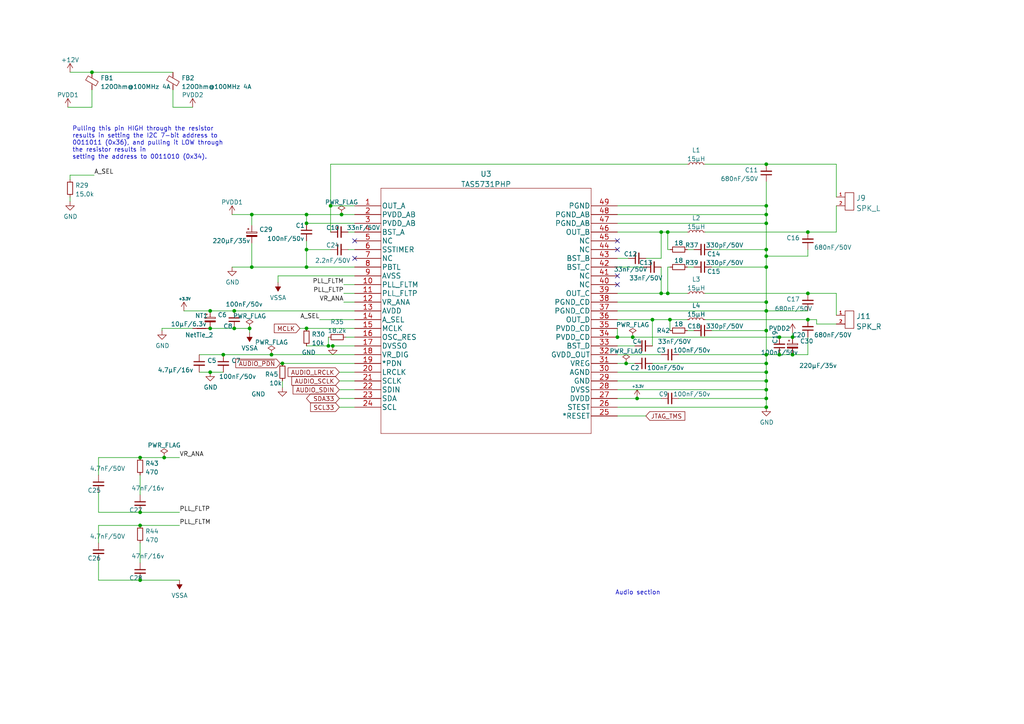
<source format=kicad_sch>
(kicad_sch (version 20211123) (generator eeschema)
  (paper "A4")
  (title_block (title "System22 CPU") (date "2022-09-28") (rev "1.0") (company "Woods Amusements"))
  (lib_symbols
    (symbol "Device:C_Polarized_Small" (pin_numbers hide) (pin_names (offset 0.254) hide)
      (property "Reference" "C" (at 0.254 1.778 0))
      (property "Value" "C_Polarized_Small" (at 0.254 -2.032 0))
      (symbol "C_Polarized_Small_0_1"
        (rectangle (start -1.524 -0.3048) (end 1.524 -0.6858) (fill (type outline)))
        (rectangle (start -1.524 0.6858) (end 1.524 0.3048))
        (polyline (pts (xy -1.27 1.524) (xy -0.762 1.524)))
        (polyline (pts (xy -1.016 1.27) (xy -1.016 1.778)))
      )
      (symbol "C_Polarized_Small_1_1"
        (pin passive line (at 0 2.54 270) (length 1.8542) (name "~") (number "1"))
        (pin passive line (at 0 -2.54 90) (length 1.8542) (name "~") (number "2"))
      )
    )
    (symbol "Device:C_Small" (pin_numbers hide) (pin_names (offset 0.254) hide)
      (property "Reference" "C" (at 0.254 1.778 0))
      (property "Value" "C_Small" (at 0.254 -2.032 0))
      (symbol "C_Small_0_1"
        (polyline (pts (xy -1.524 -0.508) (xy 1.524 -0.508)) (stroke (width 0.3302)))
        (polyline (pts (xy -1.524 0.508) (xy 1.524 0.508)) (stroke (width 0.3048)))
      )
      (symbol "C_Small_1_1"
        (pin passive line (at 0 2.54 270) (length 2.032) (name "~") (number "1"))
        (pin passive line (at 0 -2.54 90) (length 2.032) (name "~") (number "2"))
      )
    )
    (symbol "Device:FerriteBead_Small" (pin_numbers hide) (pin_names (offset 0))
      (property "Reference" "FB" (at 1.905 1.27 0))
      (property "Value" "FerriteBead_Small" (at 1.905 -1.27 0))
      (symbol "FerriteBead_Small_0_1"
        (polyline (pts (xy 0 -1.27) (xy 0 -0.7874)))
        (polyline (pts (xy 0 0.889) (xy 0 1.2954)))
        (polyline (pts (xy -1.8288 0.2794) (xy -1.1176 1.4986) (xy 1.8288 -0.2032) (xy 1.1176 -1.4224) (xy -1.8288 0.2794)))
      )
      (symbol "FerriteBead_Small_1_1"
        (pin passive line (at 0 2.54 270) (length 1.27) (name "~") (number "1"))
        (pin passive line (at 0 -2.54 90) (length 1.27) (name "~") (number "2"))
      )
    )
    (symbol "Device:L_Small" (pin_numbers hide) (pin_names (offset 0.254) hide)
      (property "Reference" "L" (at 0.762 1.016 0))
      (property "Value" "L_Small" (at 0.762 -1.016 0))
      (symbol "L_Small_0_1"
        (arc (start 0 -2.032) (mid 0.508 -1.524) (end 0 -1.016))
        (arc (start 0 -1.016) (mid 0.508 -0.508) (end 0 0))
        (arc (start 0 0) (mid 0.508 0.508) (end 0 1.016))
        (arc (start 0 1.016) (mid 0.508 1.524) (end 0 2.032))
      )
      (symbol "L_Small_1_1"
        (pin passive line (at 0 2.54 270) (length 0.508) (name "~") (number "1"))
        (pin passive line (at 0 -2.54 90) (length 0.508) (name "~") (number "2"))
      )
    )
    (symbol "Device:NetTie_2" (pin_numbers hide) (pin_names (offset 0) hide)
      (property "Reference" "NT" (at 0 1.27 0))
      (property "Value" "NetTie_2" (at 0 -1.27 0))
      (symbol "NetTie_2_0_1"
        (polyline (pts (xy -1.27 0) (xy 1.27 0)) (stroke (width 0.254)))
      )
      (symbol "NetTie_2_1_1"
        (pin passive line (at -2.54 0 0) (length 2.54) (name "1") (number "1"))
        (pin passive line (at 2.54 0 180) (length 2.54) (name "2") (number "2"))
      )
    )
    (symbol "Device:R_Small" (pin_numbers hide) (pin_names (offset 0.254) hide)
      (property "Reference" "R" (at 0.762 0.508 0))
      (property "Value" "R_Small" (at 0.762 -1.016 0))
      (symbol "R_Small_0_1"
        (rectangle (start -0.762 1.778) (end 0.762 -1.778) (stroke (width 0.2032)))
      )
      (symbol "R_Small_1_1"
        (pin passive line (at 0 2.54 270) (length 0.762) (name "~") (number "1"))
        (pin passive line (at 0 -2.54 90) (length 0.762) (name "~") (number "2"))
      )
    )
    (symbol "TAS5731:TAS5731PHP" (pin_names (offset 0.254))
      (property "Reference" "U" (at 38.1 10.16 0))
      (property "Value" "TAS5731PHP" (at 38.1 7.62 0))
      (symbol "TAS5731PHP_1_1"
        (polyline (pts (xy 7.62 -66.04) (xy 68.58 -66.04)) (stroke (width 0.127)))
        (polyline (pts (xy 7.62 5.08) (xy 7.62 -66.04)) (stroke (width 0.127)))
        (polyline (pts (xy 68.58 -66.04) (xy 68.58 5.08)) (stroke (width 0.127)))
        (polyline (pts (xy 68.58 5.08) (xy 7.62 5.08)) (stroke (width 0.127)))
        (pin output line (at 0 0 0) (length 7.62) (name "OUT_A") (number "1"))
        (pin output line (at 0 -22.86 0) (length 7.62) (name "PLL_FLTM") (number "10"))
        (pin output line (at 0 -25.4 0) (length 7.62) (name "PLL_FLTP") (number "11"))
        (pin power_in line (at 0 -27.94 0) (length 7.62) (name "VR_ANA") (number "12"))
        (pin power_in line (at 0 -30.48 0) (length 7.62) (name "AVDD") (number "13"))
        (pin bidirectional line (at 0 -33.02 0) (length 7.62) (name "A_SEL") (number "14"))
        (pin input line (at 0 -35.56 0) (length 7.62) (name "MCLK") (number "15"))
        (pin output line (at 0 -38.1 0) (length 7.62) (name "OSC_RES") (number "16"))
        (pin power_in line (at 0 -40.64 0) (length 7.62) (name "DVSSO") (number "17"))
        (pin power_in line (at 0 -43.18 0) (length 7.62) (name "VR_DIG") (number "18"))
        (pin input line (at 0 -45.72 0) (length 7.62) (name "*PDN") (number "19"))
        (pin power_in line (at 0 -2.54 0) (length 7.62) (name "PVDD_AB") (number "2"))
        (pin input line (at 0 -48.26 0) (length 7.62) (name "LRCLK") (number "20"))
        (pin input line (at 0 -50.8 0) (length 7.62) (name "SCLK") (number "21"))
        (pin input line (at 0 -53.34 0) (length 7.62) (name "SDIN") (number "22"))
        (pin bidirectional line (at 0 -55.88 0) (length 7.62) (name "SDA") (number "23"))
        (pin input line (at 0 -58.42 0) (length 7.62) (name "SCL") (number "24"))
        (pin input line (at 76.2 -60.96 180) (length 7.62) (name "*RESET") (number "25"))
        (pin input line (at 76.2 -58.42 180) (length 7.62) (name "STEST") (number "26"))
        (pin power_in line (at 76.2 -55.88 180) (length 7.62) (name "DVDD") (number "27"))
        (pin power_in line (at 76.2 -53.34 180) (length 7.62) (name "DVSS") (number "28"))
        (pin power_in line (at 76.2 -50.8 180) (length 7.62) (name "GND") (number "29"))
        (pin power_in line (at 0 -5.08 0) (length 7.62) (name "PVDD_AB") (number "3"))
        (pin power_in line (at 76.2 -48.26 180) (length 7.62) (name "AGND") (number "30"))
        (pin power_in line (at 76.2 -45.72 180) (length 7.62) (name "VREG") (number "31"))
        (pin output line (at 76.2 -43.18 180) (length 7.62) (name "GVDD_OUT") (number "32"))
        (pin power_out line (at 76.2 -40.64 180) (length 7.62) (name "BST_D") (number "33"))
        (pin power_in line (at 76.2 -38.1 180) (length 7.62) (name "PVDD_CD") (number "34"))
        (pin power_in line (at 76.2 -35.56 180) (length 7.62) (name "PVDD_CD") (number "35"))
        (pin output line (at 76.2 -33.02 180) (length 7.62) (name "OUT_D") (number "36"))
        (pin power_in line (at 76.2 -30.48 180) (length 7.62) (name "PGND_CD") (number "37"))
        (pin power_in line (at 76.2 -27.94 180) (length 7.62) (name "PGND_CD") (number "38"))
        (pin output line (at 76.2 -25.4 180) (length 7.62) (name "OUT_C") (number "39"))
        (pin power_out line (at 0 -7.62 0) (length 7.62) (name "BST_A") (number "4"))
        (pin unspecified line (at 76.2 -22.86 180) (length 7.62) (name "NC") (number "40"))
        (pin unspecified line (at 76.2 -20.32 180) (length 7.62) (name "NC") (number "41"))
        (pin power_out line (at 76.2 -17.78 180) (length 7.62) (name "BST_C") (number "42"))
        (pin power_out line (at 76.2 -15.24 180) (length 7.62) (name "BST_B") (number "43"))
        (pin unspecified line (at 76.2 -12.7 180) (length 7.62) (name "NC") (number "44"))
        (pin unspecified line (at 76.2 -10.16 180) (length 7.62) (name "NC") (number "45"))
        (pin output line (at 76.2 -7.62 180) (length 7.62) (name "OUT_B") (number "46"))
        (pin power_in line (at 76.2 -5.08 180) (length 7.62) (name "PGND_AB") (number "47"))
        (pin power_in line (at 76.2 -2.54 180) (length 7.62) (name "PGND_AB") (number "48"))
        (pin power_in line (at 76.2 0 180) (length 7.62) (name "PGND") (number "49"))
        (pin unspecified line (at 0 -10.16 0) (length 7.62) (name "NC") (number "5"))
        (pin input line (at 0 -12.7 0) (length 7.62) (name "SSTIMER") (number "6"))
        (pin unspecified line (at 0 -15.24 0) (length 7.62) (name "NC") (number "7"))
        (pin input line (at 0 -17.78 0) (length 7.62) (name "PBTL") (number "8"))
        (pin power_in line (at 0 -20.32 0) (length 7.62) (name "AVSS") (number "9"))
      )
    )
    (symbol "anna_elsa_cpu-rescue:GND-power" (power) (pin_names (offset 0))
      (property "Value" "GND-power" (at 0 -3.81 0))
      (symbol "GND-power_0_1"
        (polyline (pts (xy 0 0) (xy 0 -1.27) (xy 1.27 -1.27) (xy 0 -2.54) (xy -1.27 -1.27) (xy 0 -1.27)))
      )
      (symbol "GND-power_1_1"
        (pin power_in line (at 0 0 270) (length 0) hide (name "GND") (number "1"))
      )
    )
    (symbol "power:+12V" (power) (pin_names (offset 0))
      (property "Value" "+12V" (at 0 3.556 0))
      (symbol "+12V_0_1"
        (polyline (pts (xy -0.762 1.27) (xy 0 2.54)))
        (polyline (pts (xy 0 0) (xy 0 2.54)))
        (polyline (pts (xy 0 2.54) (xy 0.762 1.27)))
      )
      (symbol "+12V_1_1"
        (pin power_in line (at 0 0 90) (length 0) hide (name "+12V") (number "1"))
      )
    )
    (symbol "power:+3.3V" (power) (pin_names (offset 0))
      (property "Value" "+3.3V" (at 0 3.556 0))
      (symbol "+3.3V_0_1"
        (polyline (pts (xy -0.762 1.27) (xy 0 2.54)))
        (polyline (pts (xy 0 0) (xy 0 2.54)))
        (polyline (pts (xy 0 2.54) (xy 0.762 1.27)))
      )
      (symbol "+3.3V_1_1"
        (pin power_in line (at 0 0 90) (length 0) hide (name "+3.3V") (number "1"))
      )
    )
    (symbol "power:PVDD1" (power) (pin_names (offset 0))
      (property "Value" "PVDD1" (at 0 3.5758 0))
      (symbol "PVDD1_0_1"
        (polyline (pts (xy -0.762 1.27) (xy 0 2.54)))
        (polyline (pts (xy 0 0) (xy 0 2.54)))
        (polyline (pts (xy 0 2.54) (xy 0.762 1.27)))
      )
      (symbol "PVDD1_1_1"
        (pin power_in line (at 0 0 90) (length 0) hide (name "PVDD1") (number "1"))
      )
    )
    (symbol "power:PVDD2" (power) (pin_names (offset 0))
      (property "Value" "PVDD2" (at 0 3.5758 0))
      (symbol "PVDD2_0_1"
        (polyline (pts (xy -0.762 1.27) (xy 0 2.54)))
        (polyline (pts (xy 0 0) (xy 0 2.54)))
        (polyline (pts (xy 0 2.54) (xy 0.762 1.27)))
      )
      (symbol "PVDD2_1_1"
        (pin power_in line (at 0 0 90) (length 0) hide (name "PVDD2") (number "1"))
      )
    )
    (symbol "power:PWR_FLAG" (power) (pin_numbers hide) (pin_names (offset 0) hide)
      (property "Value" "PWR_FLAG" (at 0 3.81 0))
      (symbol "PWR_FLAG_0_0"
        (pin power_out line (at 0 0 90) (length 0) (name "pwr") (number "1"))
      )
      (symbol "PWR_FLAG_0_1"
        (polyline (pts (xy 0 0) (xy 0 1.27) (xy -1.016 1.905) (xy 0 2.54) (xy 1.016 1.905) (xy 0 1.27)))
      )
    )
    (symbol "power:VSSA" (power) (pin_names (offset 0))
      (property "Value" "VSSA" (at 0 3.81 0))
      (symbol "VSSA_0_1"
        (polyline (pts (xy 0 0) (xy 0 2.54)))
        (polyline (pts (xy 0.762 1.27) (xy -0.762 1.27) (xy 0 2.54) (xy 0.762 1.27)) (fill (type outline)))
      )
      (symbol "VSSA_1_1"
        (pin power_in line (at 0 0 90) (length 0) hide (name "VSSA") (number "1"))
      )
    )
    (symbol "w_connectors:HEADER_2" (pin_names (offset 0))
      (property "Reference" "J" (at 0 3.81 0))
      (property "Value" "HEADER_2" (at 0 -3.81 0))
      (symbol "HEADER_2_0_1"
        (rectangle (start 2.54 2.54) (end 0 -2.54))
      )
      (symbol "HEADER_2_1_1"
        (pin passive line (at -2.54 1.27 0) (length 2.54) (name "~") (number "1"))
        (pin passive line (at -2.54 -1.27 0) (length 2.54) (name "~") (number "2"))
      )
    )
  )
  (junction (at 47.625 132.715))
  (junction (at 222.25 62.23))
  (junction (at 222.25 72.39))
  (junction (at 234.315 92.71))
  (junction (at 222.25 77.47))
  (junction (at 222.25 47.625))
  (junction (at 222.25 95.885))
  (junction (at 222.25 113.03))
  (junction (at 88.9 95.25))
  (junction (at 222.25 64.77))
  (junction (at 189.23 92.71))
  (junction (at 194.31 92.71))
  (junction (at 60.96 90.17))
  (junction (at 72.39 95.25))
  (junction (at 73.025 77.47))
  (junction (at 40.64 152.4))
  (junction (at 222.25 87.63))
  (junction (at 183.515 97.79))
  (junction (at 222.25 90.17))
  (junction (at 234.315 85.09))
  (junction (at 181.61 105.41))
  (junction (at 88.9 72.39))
  (junction (at 67.945 90.17))
  (junction (at 179.07 97.79))
  (junction (at 229.87 97.79))
  (junction (at 40.64 148.59))
  (junction (at 184.785 115.57))
  (junction (at 226.06 102.87))
  (junction (at 222.25 102.87))
  (junction (at 40.64 132.715))
  (junction (at 95.885 59.69))
  (junction (at 40.64 168.275))
  (junction (at 222.25 115.57))
  (junction (at 191.77 85.09))
  (junction (at 88.9 62.23))
  (junction (at 88.9 77.47))
  (junction (at 96.52 100.33))
  (junction (at 222.25 107.95))
  (junction (at 193.675 67.31))
  (junction (at 222.25 118.11))
  (junction (at 191.77 67.31))
  (junction (at 222.25 74.295))
  (junction (at 222.25 105.41))
  (junction (at 234.315 67.31))
  (junction (at 226.06 97.79))
  (junction (at 88.9 64.77))
  (junction (at 222.25 110.49))
  (junction (at 95.25 100.33))
  (junction (at 60.96 95.25))
  (junction (at 73.025 62.23))
  (junction (at 193.675 85.09))
  (junction (at 81.915 105.41))
  (junction (at 26.67 20.955))
  (junction (at 222.25 59.69))
  (junction (at 67.945 95.25))
  (junction (at 78.74 102.87))
  (junction (at 99.06 62.23))
  (junction (at 64.77 102.87))
  (junction (at 60.96 107.95))
  (junction (at 229.87 102.87))
  (no_connect (at 179.07 82.55))
  (no_connect (at 179.07 72.39))
  (no_connect (at 179.07 69.85))
  (no_connect (at 179.07 80.01))
  (no_connect (at 102.87 69.85))
  (no_connect (at 102.87 74.93))
  (wire (pts (xy 191.77 85.09) (xy 193.675 85.09)))
  (wire (pts (xy 206.375 95.885) (xy 222.25 95.885)))
  (wire (pts (xy 181.61 105.41) (xy 184.15 105.41)))
  (wire (pts (xy 40.64 148.59) (xy 52.07 148.59)))
  (wire (pts (xy 179.07 59.69) (xy 222.25 59.69)))
  (wire (pts (xy 99.695 82.55) (xy 102.87 82.55)))
  (wire (pts (xy 179.07 100.33) (xy 184.15 100.33)))
  (wire (pts (xy 72.39 95.25) (xy 72.39 96.52)))
  (wire (pts (xy 78.74 102.87) (xy 102.87 102.87)))
  (wire (pts (xy 179.07 107.95) (xy 222.25 107.95)))
  (wire (pts (xy 19.685 31.115) (xy 26.67 31.115)))
  (wire (pts (xy 28.575 137.795) (xy 28.575 132.715)))
  (wire (pts (xy 53.34 90.17) (xy 60.96 90.17)))
  (wire (pts (xy 46.99 95.25) (xy 46.99 95.885)))
  (wire (pts (xy 98.425 113.03) (xy 102.87 113.03)))
  (wire (pts (xy 64.77 102.87) (xy 78.74 102.87)))
  (wire (pts (xy 204.47 47.625) (xy 222.25 47.625)))
  (wire (pts (xy 222.25 102.87) (xy 226.06 102.87)))
  (wire (pts (xy 199.39 77.47) (xy 201.295 77.47)))
  (wire (pts (xy 193.675 67.31) (xy 193.675 72.39)))
  (wire (pts (xy 183.515 97.79) (xy 226.06 97.79)))
  (wire (pts (xy 40.64 137.795) (xy 40.64 143.51)))
  (wire (pts (xy 222.25 90.17) (xy 234.315 90.17)))
  (wire (pts (xy 226.06 102.87) (xy 229.87 102.87)))
  (wire (pts (xy 191.77 77.47) (xy 191.77 85.09)))
  (wire (pts (xy 28.575 162.56) (xy 28.575 168.275)))
  (wire (pts (xy 99.695 85.09) (xy 102.87 85.09)))
  (wire (pts (xy 193.675 77.47) (xy 193.675 85.09)))
  (wire (pts (xy 179.07 113.03) (xy 222.25 113.03)))
  (wire (pts (xy 99.695 87.63) (xy 102.87 87.63)))
  (wire (pts (xy 88.9 69.85) (xy 88.9 72.39)))
  (wire (pts (xy 28.575 152.4) (xy 40.64 152.4)))
  (wire (pts (xy 179.07 110.49) (xy 222.25 110.49)))
  (wire (pts (xy 222.25 110.49) (xy 222.25 113.03)))
  (wire (pts (xy 95.25 97.79) (xy 95.25 100.33)))
  (wire (pts (xy 193.675 67.31) (xy 199.39 67.31)))
  (wire (pts (xy 234.315 97.79) (xy 234.315 102.87)))
  (wire (pts (xy 194.31 92.71) (xy 199.39 92.71)))
  (wire (pts (xy 67.945 95.25) (xy 72.39 95.25)))
  (wire (pts (xy 20.32 20.955) (xy 26.67 20.955)))
  (wire (pts (xy 222.25 62.23) (xy 222.25 64.77)))
  (wire (pts (xy 73.025 62.23) (xy 88.9 62.23)))
  (wire (pts (xy 98.425 110.49) (xy 102.87 110.49)))
  (wire (pts (xy 179.07 67.31) (xy 191.77 67.31)))
  (wire (pts (xy 222.25 105.41) (xy 222.25 107.95)))
  (wire (pts (xy 88.9 77.47) (xy 102.87 77.47)))
  (wire (pts (xy 81.28 105.41) (xy 81.915 105.41)))
  (wire (pts (xy 88.9 62.23) (xy 99.06 62.23)))
  (wire (pts (xy 194.31 92.71) (xy 194.31 95.885)))
  (wire (pts (xy 179.07 118.11) (xy 222.25 118.11)))
  (wire (pts (xy 193.675 85.09) (xy 199.39 85.09)))
  (wire (pts (xy 234.315 92.71) (xy 236.855 92.71)))
  (wire (pts (xy 88.9 72.39) (xy 88.9 77.47)))
  (wire (pts (xy 88.9 72.39) (xy 95.885 72.39)))
  (wire (pts (xy 194.31 77.47) (xy 193.675 77.47)))
  (wire (pts (xy 100.965 67.31) (xy 102.87 67.31)))
  (wire (pts (xy 26.67 20.955) (xy 50.165 20.955)))
  (wire (pts (xy 81.915 110.49) (xy 81.915 112.395)))
  (wire (pts (xy 187.325 74.93) (xy 191.77 74.93)))
  (wire (pts (xy 96.52 100.33) (xy 102.87 100.33)))
  (wire (pts (xy 194.31 72.39) (xy 193.675 72.39)))
  (wire (pts (xy 86.995 95.25) (xy 88.9 95.25)))
  (wire (pts (xy 28.575 148.59) (xy 40.64 148.59)))
  (wire (pts (xy 204.47 85.09) (xy 234.315 85.09)))
  (wire (pts (xy 179.07 87.63) (xy 222.25 87.63)))
  (wire (pts (xy 50.165 31.115) (xy 55.88 31.115)))
  (wire (pts (xy 88.9 64.77) (xy 88.9 62.23)))
  (wire (pts (xy 50.165 26.035) (xy 50.165 31.115)))
  (wire (pts (xy 206.375 72.39) (xy 222.25 72.39)))
  (wire (pts (xy 222.25 47.625) (xy 242.57 47.625)))
  (wire (pts (xy 196.85 115.57) (xy 222.25 115.57)))
  (wire (pts (xy 234.315 67.31) (xy 242.57 67.31)))
  (wire (pts (xy 222.25 74.295) (xy 222.25 77.47)))
  (wire (pts (xy 95.885 47.625) (xy 199.39 47.625)))
  (wire (pts (xy 179.07 85.09) (xy 191.77 85.09)))
  (wire (pts (xy 100.33 97.79) (xy 102.87 97.79)))
  (wire (pts (xy 204.47 92.71) (xy 234.315 92.71)))
  (wire (pts (xy 67.945 90.17) (xy 102.87 90.17)))
  (wire (pts (xy 20.32 50.8) (xy 27.305 50.8)))
  (wire (pts (xy 199.39 72.39) (xy 201.295 72.39)))
  (wire (pts (xy 222.25 87.63) (xy 222.25 90.17)))
  (wire (pts (xy 242.57 91.44) (xy 242.57 85.09)))
  (wire (pts (xy 179.07 95.25) (xy 179.07 97.79)))
  (wire (pts (xy 191.77 67.31) (xy 193.675 67.31)))
  (wire (pts (xy 95.885 59.69) (xy 102.87 59.69)))
  (wire (pts (xy 226.06 97.79) (xy 229.87 97.79)))
  (wire (pts (xy 88.9 64.77) (xy 102.87 64.77)))
  (wire (pts (xy 28.575 142.875) (xy 28.575 148.59)))
  (wire (pts (xy 179.07 102.87) (xy 191.77 102.87)))
  (wire (pts (xy 102.87 80.01) (xy 80.645 80.01)))
  (wire (pts (xy 98.425 107.95) (xy 102.87 107.95)))
  (wire (pts (xy 179.07 92.71) (xy 189.23 92.71)))
  (wire (pts (xy 40.64 168.275) (xy 52.07 168.275)))
  (wire (pts (xy 191.77 74.93) (xy 191.77 67.31)))
  (wire (pts (xy 206.375 77.47) (xy 222.25 77.47)))
  (wire (pts (xy 81.915 105.41) (xy 102.87 105.41)))
  (wire (pts (xy 234.315 85.09) (xy 242.57 85.09)))
  (wire (pts (xy 234.315 72.39) (xy 234.315 74.295)))
  (wire (pts (xy 179.07 97.79) (xy 183.515 97.79)))
  (wire (pts (xy 179.07 120.65) (xy 187.325 120.65)))
  (wire (pts (xy 98.425 118.11) (xy 102.87 118.11)))
  (wire (pts (xy 222.25 59.69) (xy 222.25 62.23)))
  (wire (pts (xy 100.965 72.39) (xy 102.87 72.39)))
  (wire (pts (xy 28.575 132.715) (xy 40.64 132.715)))
  (wire (pts (xy 236.855 92.71) (xy 236.855 93.98)))
  (wire (pts (xy 179.07 64.77) (xy 222.25 64.77)))
  (wire (pts (xy 95.885 67.31) (xy 95.885 59.69)))
  (wire (pts (xy 99.06 62.23) (xy 102.87 62.23)))
  (wire (pts (xy 199.39 95.885) (xy 201.295 95.885)))
  (wire (pts (xy 189.23 92.71) (xy 194.31 92.71)))
  (wire (pts (xy 98.425 115.57) (xy 102.87 115.57)))
  (wire (pts (xy 222.25 64.77) (xy 222.25 72.39)))
  (wire (pts (xy 57.785 102.87) (xy 64.77 102.87)))
  (wire (pts (xy 73.025 77.47) (xy 88.9 77.47)))
  (wire (pts (xy 179.07 77.47) (xy 186.69 77.47)))
  (wire (pts (xy 242.57 67.31) (xy 242.57 59.69)))
  (wire (pts (xy 40.64 157.48) (xy 40.64 163.195)))
  (wire (pts (xy 28.575 168.275) (xy 40.64 168.275)))
  (wire (pts (xy 229.87 97.79) (xy 229.87 96.52)))
  (wire (pts (xy 222.25 72.39) (xy 222.25 74.295)))
  (wire (pts (xy 60.96 95.25) (xy 67.945 95.25)))
  (wire (pts (xy 196.85 102.87) (xy 222.25 102.87)))
  (wire (pts (xy 222.25 90.17) (xy 222.25 95.885)))
  (wire (pts (xy 40.64 132.715) (xy 47.625 132.715)))
  (wire (pts (xy 73.025 70.485) (xy 73.025 77.47)))
  (wire (pts (xy 20.32 50.8) (xy 20.32 52.07)))
  (wire (pts (xy 67.31 77.47) (xy 73.025 77.47)))
  (wire (pts (xy 222.25 113.03) (xy 222.25 115.57)))
  (wire (pts (xy 204.47 67.31) (xy 234.315 67.31)))
  (wire (pts (xy 92.71 92.71) (xy 102.87 92.71)))
  (wire (pts (xy 47.625 132.715) (xy 52.07 132.715)))
  (wire (pts (xy 222.25 115.57) (xy 222.25 118.11)))
  (wire (pts (xy 189.23 100.33) (xy 189.23 92.71)))
  (wire (pts (xy 20.32 57.15) (xy 20.32 58.42)))
  (wire (pts (xy 88.9 100.33) (xy 95.25 100.33)))
  (wire (pts (xy 236.855 93.98) (xy 242.57 93.98)))
  (wire (pts (xy 229.87 102.87) (xy 234.315 102.87)))
  (wire (pts (xy 40.64 152.4) (xy 52.07 152.4)))
  (wire (pts (xy 73.025 62.23) (xy 73.025 65.405)))
  (wire (pts (xy 222.25 52.705) (xy 222.25 59.69)))
  (wire (pts (xy 179.07 74.93) (xy 182.245 74.93)))
  (wire (pts (xy 222.25 74.295) (xy 234.315 74.295)))
  (wire (pts (xy 179.07 105.41) (xy 181.61 105.41)))
  (wire (pts (xy 46.99 95.25) (xy 55.88 95.25)))
  (wire (pts (xy 242.57 57.15) (xy 242.57 47.625)))
  (wire (pts (xy 80.645 80.01) (xy 80.645 81.915)))
  (wire (pts (xy 179.07 115.57) (xy 184.785 115.57)))
  (wire (pts (xy 222.25 95.885) (xy 222.25 102.87)))
  (wire (pts (xy 95.885 59.69) (xy 95.885 47.625)))
  (wire (pts (xy 179.07 90.17) (xy 222.25 90.17)))
  (wire (pts (xy 60.96 107.95) (xy 64.77 107.95)))
  (wire (pts (xy 222.25 102.87) (xy 222.25 105.41)))
  (wire (pts (xy 179.07 62.23) (xy 222.25 62.23)))
  (wire (pts (xy 26.67 26.035) (xy 26.67 31.115)))
  (wire (pts (xy 88.9 95.25) (xy 102.87 95.25)))
  (wire (pts (xy 95.25 100.33) (xy 96.52 100.33)))
  (wire (pts (xy 222.25 107.95) (xy 222.25 110.49)))
  (wire (pts (xy 57.785 107.95) (xy 60.96 107.95)))
  (wire (pts (xy 67.31 62.23) (xy 73.025 62.23)))
  (wire (pts (xy 28.575 157.48) (xy 28.575 152.4)))
  (wire (pts (xy 184.785 115.57) (xy 191.77 115.57)))
  (wire (pts (xy 189.23 105.41) (xy 222.25 105.41)))
  (wire (pts (xy 60.96 90.17) (xy 67.945 90.17)))
  (wire (pts (xy 222.25 77.47) (xy 222.25 87.63)))
  (text "Audio section" (at 178.435 172.72 0) (effects (font (size 1.27 1.27)) (justify left bottom)))
  (text "Pulling this pin HIGH through the resistor\nresults in setting the I2C 7-bit address to \n0011011 (0x36), and pulling it LOW through \nthe resistor results in\nsetting the address to 0011010 (0x34)." (at 20.955 46.355 0) (effects (font (size 1.27 1.27)) (justify left bottom)))
  (label "A_SEL" (at 92.71 92.71 180))
  (label "PLL_FLTM" (at 99.695 82.55 180))
  (label "VR_ANA" (at 52.07 132.715 0))
  (label "PLL_FLTM" (at 52.07 152.4 0))
  (label "VR_ANA" (at 99.695 87.63 180))
  (label "A_SEL" (at 27.305 50.8 0))
  (label "PLL_FLTP" (at 99.695 85.09 180))
  (label "PLL_FLTP" (at 52.07 148.59 0))
  (global_label "MCLK" (shape input) (at 86.995 95.25 180) (property "Intersheet References" "${INTERSHEET_REFS}" (effects hide)))
  (global_label "AUDIO_SDIN" (shape input) (at 98.425 113.03 180) (property "Intersheet References" "${INTERSHEET_REFS}" (effects hide)))
  (global_label "~{AUDIO_PDN}" (shape input) (at 81.28 105.41 180) (property "Intersheet References" "${INTERSHEET_REFS}" (effects hide)))
  (global_label "SCL33" (shape input) (at 98.425 118.11 180) (property "Intersheet References" "${INTERSHEET_REFS}" (effects hide)))
  (global_label "AUDIO_SCLK" (shape input) (at 98.425 110.49 180) (property "Intersheet References" "${INTERSHEET_REFS}" (effects hide)))
  (global_label "AUDIO_LRCLK" (shape input) (at 98.425 107.95 180) (property "Intersheet References" "${INTERSHEET_REFS}" (effects hide)))
  (global_label "SDA33" (shape bidirectional) (at 98.425 115.57 180) (property "Intersheet References" "${INTERSHEET_REFS}" (effects hide)))
  (global_label "JTAG_TMS" (shape input) (at 187.325 120.65 0) (property "Intersheet References" "${INTERSHEET_REFS}" (effects hide)))
  (symbol (lib_id "Device:C_Small") (at 184.785 74.93 90) (mirror x) (unit 1)
    (property "Reference" "C12" (at 182.88 73.66 90))
    (property "Value" "33nF/50V" (at 182.88 78.105 90))
    (property "Footprint" "Capacitor_SMD:C_0603_1608Metric" (effects hide))
    (property "JLC" "0603" (effects hide))
    (property "Description" "50V 33nF X7R ±10% 0603 Multilayer Ceramic Capacitors MLCC - SMD/SMT ROHS" (effects hide))
    (property "LCSC" "C21117" (effects hide))
    (property "MPN" "CL10B333KB8NNNC" (effects hide))
    (property "Manufacturer" "Samsung Electro-Mechanics" (effects hide))
  )
  (symbol (lib_id "Device:R_Small") (at 81.915 107.95 180) (unit 1)
    (property "Reference" "R45" (at 76.835 108.585 0) (effects (justify right)))
    (property "Value" "10k" (at 78.105 111.125 0) (effects (justify right)))
    (property "Footprint" "Resistor_SMD:R_0603_1608Metric" (effects hide))
    (property "Description" "100mW Thick Film Resistors 75V ±100ppm/℃ ±1% -55℃~+155℃ 10kΩ 0603 Chip Resistor - Surface Mount ROHS" (effects hide))
    (property "JLC" "0603" (effects hide))
    (property "LCSC" "C25804" (effects hide))
    (property "MPN" "0603WAF1002T5E" (effects hide))
    (property "Manufacturer" "UNI-ROYAL(Uniroyal Elec)" (effects hide))
  )
  (symbol (lib_id "Device:L_Small") (at 201.93 47.625 90) (unit 1)
    (property "Reference" "L1" (at 201.93 43.5442 90))
    (property "Value" "15µH" (at 201.93 46.0811 90))
    (property "Footprint" "Inductor_SMD:L_SigTra_SC3316F" (effects hide))
    (property "Description" "2.4A 15uH ±20% 60mΩ SMD Power Inductors ROHS" (effects hide))
    (property "LCSC" "C329909" (effects hide))
    (property "MPN" "SSL0804HC-150M-N" (effects hide))
    (property "Manufacturer" "Chilisin Elec" (effects hide))
  )
  (symbol (lib_id "power:PWR_FLAG") (at 183.515 97.79 0) (unit 1)
    (property "Reference" "#FLG01" (effects hide))
    (property "Value" "PWR_FLAG" (at 183.515 94.2142 0))
  )
  (symbol (lib_id "Device:C_Polarized_Small") (at 73.025 67.945 0) (unit 1)
    (property "Reference" "C29" (at 75.184 66.5642 0) (effects (justify left)))
    (property "Value" "220µF/35v" (at 61.595 69.85 0) (effects (justify left)))
    (property "Footprint" "Capacitor_SMD:C_Elec_8x10.2" (effects hide))
    (property "JLC" "C724731" (effects hide))
    (property "LCSC" "C724731" (effects hide))
    (property "MPN" "EEEFK1V221P" (effects hide))
    (property "Description" "-45℃~+105℃ 2000hrs@105℃ 220uF 10.2mm 35V 8mm ±20% SMD,8x10.2mm Aluminum Electrolytic Capacitors - SMD ROHS" (effects hide))
    (property "Manufacturer" "Panasonic" (effects hide))
  )
  (symbol (lib_id "Device:C_Small") (at 226.06 100.33 0) (mirror x) (unit 1)
    (property "Reference" "C19" (at 224.79 97.79 90))
    (property "Value" "100nF/50v" (at 226.06 102.235 0))
    (property "Footprint" "Capacitor_SMD:C_0603_1608Metric" (effects hide))
    (property "JLC" "0603" (effects hide))
    (property "Description" "50V 100nF X7R ±10% 0603 Multilayer Ceramic Capacitors MLCC - SMD/SMT ROHS" (effects hide))
    (property "LCSC" "C14663" (effects hide))
    (property "MPN" "CC0603KRX7R9BB104" (effects hide))
  )
  (symbol (lib_id "Device:NetTie_2") (at 58.42 95.25 0) (unit 1)
    (property "Reference" "NT1" (at 58.42 91.5502 0))
    (property "Value" "NetTie_2" (at 57.785 97.155 0))
    (property "Footprint" "NetTie:NetTie-2_SMD_Pad0.5mm" (effects hide))
  )
  (symbol (lib_id "Device:C_Small") (at 189.23 77.47 90) (mirror x) (unit 1)
    (property "Reference" "C13" (at 187.325 76.2 90))
    (property "Value" "33nF/50V" (at 187.325 80.645 90))
    (property "Footprint" "Capacitor_SMD:C_0603_1608Metric" (effects hide))
    (property "JLC" "0603" (effects hide))
    (property "Description" "50V 33nF X7R ±10% 0603 Multilayer Ceramic Capacitors MLCC - SMD/SMT ROHS" (effects hide))
    (property "LCSC" "C21117" (effects hide))
    (property "MPN" "CL10B333KB8NNNC" (effects hide))
    (property "Manufacturer" "Samsung Electro-Mechanics" (effects hide))
  )
  (symbol (lib_id "anna_elsa_cpu-rescue:GND-power") (at 20.32 58.42 0) (unit 1)
    (property "Reference" "#PWR014" (effects hide))
    (property "Value" "GND-power" (at 20.447 62.8142 0))
  )
  (symbol (lib_id "power:PWR_FLAG") (at 72.39 95.25 0) (unit 1)
    (property "Reference" "#FLG03" (effects hide))
    (property "Value" "PWR_FLAG" (at 72.39 91.6742 0))
  )
  (symbol (lib_id "Device:C_Small") (at 28.575 140.335 0) (unit 1)
    (property "Reference" "C25" (at 25.4 142.24 0) (effects (justify left)))
    (property "Value" "4.7nF/50V" (at 26.035 135.89 0) (effects (justify left)))
    (property "Footprint" "Capacitor_SMD:C_0603_1608Metric" (effects hide))
    (property "JLC" "0603" (effects hide))
    (property "Description" "50V 4.7nF X7R ±10% 0603 Multilayer Ceramic Capacitors MLCC - SMD/SMT ROHS" (effects hide))
    (property "LCSC" "C53987" (effects hide))
    (property "MPN" "0603B472K500NT" (effects hide))
    (property "Manufacturer" "FH (Guangdong Fenghua Advanced Tech)" (effects hide))
  )
  (symbol (lib_id "Device:C_Small") (at 64.77 105.41 0) (unit 1)
    (property "Reference" "C7" (at 67.0941 104.5816 0) (effects (justify left)))
    (property "Value" "100nF/50v" (at 63.5 109.22 0) (effects (justify left)))
    (property "Footprint" "Capacitor_SMD:C_0603_1608Metric" (effects hide))
    (property "JLC" "0603" (effects hide))
    (property "Description" "50V 100nF X7R ±10% 0603 Multilayer Ceramic Capacitors MLCC - SMD/SMT ROHS" (effects hide))
    (property "LCSC" "C14663" (effects hide))
    (property "MPN" "CC0603KRX7R9BB104" (effects hide))
  )
  (symbol (lib_id "Device:C_Small") (at 28.575 160.02 0) (unit 1)
    (property "Reference" "C26" (at 25.4 161.925 0) (effects (justify left)))
    (property "Value" "4.7nF/50V" (at 26.035 155.575 0) (effects (justify left)))
    (property "Footprint" "Capacitor_SMD:C_0603_1608Metric" (effects hide))
    (property "JLC" "0603" (effects hide))
    (property "Description" "50V 4.7nF X7R ±10% 0603 Multilayer Ceramic Capacitors MLCC - SMD/SMT ROHS" (effects hide))
    (property "LCSC" "C53987" (effects hide))
    (property "MPN" "0603B472K500NT" (effects hide))
    (property "Manufacturer" "FH (Guangdong Fenghua Advanced Tech)" (effects hide))
  )
  (symbol (lib_id "power:PVDD2") (at 55.88 31.115 0) (unit 1)
    (property "Reference" "#PWR010" (effects hide))
    (property "Value" "PVDD2" (at 55.88 27.5392 0))
  )
  (symbol (lib_id "Device:C_Polarized_Small") (at 60.96 92.71 0) (unit 1)
    (property "Reference" "C6" (at 63.119 91.3292 0) (effects (justify left)))
    (property "Value" "10µF/6.3v" (at 49.53 93.98 0) (effects (justify left)))
    (property "Footprint" "Capacitor_SMD:CP_Elec_4x5.4" (effects hide))
    (property "JLC" "4x5.4mm" (effects hide))
    (property "LCSC" "C178496" (effects hide))
    (property "MPN" "EEE1CA100SR" (effects hide))
    (property "Manufacturer" "PANASONIC" (effects hide))
    (property "Description" "2000hrs@85℃ -40℃~+85℃ 10uF 5.4mm 16V 4mm ±20% SMD,4x5.4mm Aluminum Electrolytic Capacitors - SMD ROHS" (effects hide))
  )
  (symbol (lib_id "Device:R_Small") (at 97.79 97.79 270) (unit 1)
    (property "Reference" "R35" (at 97.79 93.3536 90))
    (property "Value" "18.2k" (at 97.79 95.8905 90))
    (property "Footprint" "Resistor_SMD:R_0603_1608Metric" (effects hide))
    (property "JLC" "0603" (effects hide))
    (property "LCSC" "C22892" (effects hide))
    (property "MPN" "0603WAF1822T5E" (effects hide))
    (property "Manufacturer" "UNI-ROYAL(Uniroyal Elec)" (effects hide))
  )
  (symbol (lib_id "Device:FerriteBead_Small") (at 26.67 23.495 0) (unit 1)
    (property "Reference" "FB1" (at 29.1338 22.6222 0) (effects (justify left)))
    (property "Value" "120Ohm@100MHz 4A" (at 29.1338 25.1591 0) (effects (justify left)))
    (property "Footprint" "Inductor_SMD:L_1206_3216Metric" (effects hide))
    (property "Description" "4A 1 30mΩ 120Ω@100MHz ±25% 1206 Ferrite Beads ROHS" (effects hide))
    (property "JLC" "1206" (effects hide))
    (property "LCSC" "C369528" (effects hide))
    (property "MPN" "HCB3216KF-121T40" (effects hide))
    (property "Manufacturer" "TAI-TECH" (effects hide))
  )
  (symbol (lib_id "Device:R_Small") (at 196.85 72.39 270) (unit 1)
    (property "Reference" "R37" (at 200.66 71.12 90))
    (property "Value" "18" (at 196.85 70.4905 90))
    (property "Footprint" "Resistor_SMD:R_0603_1608Metric" (effects hide))
    (property "JLC" "0603" (effects hide))
    (property "Description" "100mW Thick Film Resistors 75V ±1% ±200ppm/℃ -55℃~+155℃ 18Ω 0603 Chip Resistor - Surface Mount ROHS" (effects hide))
    (property "LCSC" "C22830" (effects hide))
    (property "MPN" "0603WAF180JT5E" (effects hide))
    (property "Manufacturer" "UNI-ROYAL(Uniroyal Elec)" (effects hide))
  )
  (symbol (lib_id "anna_elsa_cpu-rescue:GND-power") (at 81.915 112.395 0) (unit 1)
    (property "Reference" "#PWR019" (effects hide))
    (property "Value" "GND-power" (at 74.93 114.3 0))
  )
  (symbol (lib_id "w_connectors:HEADER_2") (at 245.11 58.42 0) (unit 1)
    (property "Reference" "J9" (at 248.285 57.4438 0) (effects (font (size 1.524 1.524)) (justify left)))
    (property "Value" "SPK_L" (at 248.285 60.4372 0) (effects (font (size 1.524 1.524)) (justify left)))
    (property "Footprint" "Connector_JST:JST_XH_B2B-XH-A_1x02_P2.50mm_Vertical" (effects hide))
  )
  (symbol (lib_id "Device:C_Small") (at 234.315 87.63 0) (mirror x) (unit 1)
    (property "Reference" "C17" (at 231.991 86.7889 0) (effects (justify right)))
    (property "Value" "680nF/50V" (at 235.585 89.535 0) (effects (justify right)))
    (property "Footprint" "Capacitor_SMD:C_1206_3216Metric" (effects hide))
    (property "JLC" "1206" (effects hide))
    (property "Description" "50V 680nF X7R ±10% 1206 Multilayer Ceramic Capacitors MLCC - SMD/SMT ROHS" (effects hide))
    (property "LCSC" "C396794" (effects hide))
    (property "MPN" "1206B684K500CT" (effects hide))
    (property "Manufacturer" "Walsin Tech Corp" (effects hide))
  )
  (symbol (lib_id "Device:L_Small") (at 201.93 67.31 90) (unit 1)
    (property "Reference" "L2" (at 201.93 63.2292 90))
    (property "Value" "15µH" (at 201.93 65.7661 90))
    (property "Footprint" "Inductor_SMD:L_SigTra_SC3316F" (effects hide))
    (property "Description" "2.4A 15uH ±20% 60mΩ SMD Power Inductors ROHS" (effects hide))
    (property "LCSC" "C329909" (effects hide))
    (property "MPN" "SSL0804HC-150M-N" (effects hide))
    (property "Manufacturer" "Chilisin Elec" (effects hide))
  )
  (symbol (lib_id "power:PWR_FLAG") (at 181.61 105.41 0) (unit 1)
    (property "Reference" "#FLG0107" (effects hide))
    (property "Value" "PWR_FLAG" (at 181.61 101.8342 0))
  )
  (symbol (lib_id "power:+3.3V") (at 184.785 115.57 0) (unit 1)
    (property "Reference" "#PWR015" (effects hide))
    (property "Value" "+3.3V" (at 185.0136 112.0648 0) (effects (font (size 0.762 0.762))))
  )
  (symbol (lib_id "Device:C_Small") (at 88.9 67.31 0) (unit 1)
    (property "Reference" "C1" (at 85.725 65.405 0) (effects (justify left)))
    (property "Value" "100nF/50v" (at 77.47 69.215 0) (effects (justify left)))
    (property "Footprint" "Capacitor_SMD:C_0603_1608Metric" (effects hide))
    (property "LCSC" "C14663" (effects hide))
    (property "JLC" "0603" (effects hide))
    (property "MPN" "CC0603KRX7R9BB104" (effects hide))
    (property "Description" "50V 100nF X7R ±10% 0603 Multilayer Ceramic Capacitors MLCC - SMD/SMT ROHS" (effects hide))
  )
  (symbol (lib_id "power:PVDD1") (at 19.685 31.115 0) (unit 1)
    (property "Reference" "#PWR0133" (effects hide))
    (property "Value" "PVDD1" (at 19.685 27.5392 0))
  )
  (symbol (lib_id "Device:C_Small") (at 194.31 115.57 90) (unit 1)
    (property "Reference" "C9" (at 192.405 114.3 90))
    (property "Value" "100nF/50v" (at 200.66 114.3 90))
    (property "Footprint" "Capacitor_SMD:C_0603_1608Metric" (effects hide))
    (property "JLC" "0603" (effects hide))
    (property "Description" "50V 100nF X7R ±10% 0603 Multilayer Ceramic Capacitors MLCC - SMD/SMT ROHS" (effects hide))
    (property "LCSC" "C14663" (effects hide))
    (property "MPN" "CC0603KRX7R9BB104" (effects hide))
  )
  (symbol (lib_id "power:PWR_FLAG") (at 99.06 62.23 0) (unit 1)
    (property "Reference" "#FLG0108" (effects hide))
    (property "Value" "PWR_FLAG" (at 99.06 58.6542 0))
  )
  (symbol (lib_id "power:+3.3V") (at 53.34 90.17 0) (unit 1)
    (property "Reference" "#PWR0161" (effects hide))
    (property "Value" "+3.3V" (at 53.5686 86.6648 0) (effects (font (size 0.762 0.762))))
  )
  (symbol (lib_id "Device:C_Small") (at 40.64 165.735 0) (unit 1)
    (property "Reference" "C28" (at 37.465 167.64 0) (effects (justify left)))
    (property "Value" "47nF/16v" (at 38.1 161.29 0) (effects (justify left)))
    (property "Footprint" "Capacitor_SMD:C_0603_1608Metric" (effects hide))
    (property "JLC" "0603" (effects hide))
    (property "Description" "16V 470nF X7R ±10% 0603 Multilayer Ceramic Capacitors MLCC - SMD/SMT ROHS" (effects hide))
    (property "LCSC" "C107093" (effects hide))
    (property "MPN" "CC0603KRX7R9BB473" (effects hide))
    (property "Manufacturer" "YAGEO" (effects hide))
  )
  (symbol (lib_id "Device:R_Small") (at 40.64 154.94 180) (unit 1)
    (property "Reference" "R44" (at 42.1386 154.1053 0) (effects (justify right)))
    (property "Value" "470" (at 42.1386 156.6422 0) (effects (justify right)))
    (property "Footprint" "Resistor_SMD:R_0603_1608Metric" (effects hide))
    (property "JLC" "0603" (effects hide))
    (property "LCSC" "C23179" (effects hide))
    (property "MPN" "0603WAF4700T5E" (effects hide))
    (property "Manufacturer" "UNI-ROYAL(Uniroyal Elec)" (effects hide))
  )
  (symbol (lib_id "anna_elsa_cpu-rescue:GND-power") (at 60.96 107.95 0) (unit 1)
    (property "Reference" "#PWR0158" (effects hide))
    (property "Value" "GND-power" (at 61.087 112.3442 0))
  )
  (symbol (lib_id "Device:C_Polarized_Small") (at 229.87 100.33 0) (unit 1)
    (property "Reference" "C30" (at 232.029 98.9492 0) (effects (justify left)))
    (property "Value" "220µF/35v" (at 231.775 106.045 0) (effects (justify left)))
    (property "Footprint" "Capacitor_SMD:C_Elec_8x10.2" (effects hide))
    (property "LCSC" "C724731" (effects hide))
    (property "JLC" "8x10.2mm" (effects hide))
    (property "MPN" "EEEFK1V221P" (effects hide))
    (property "Description" "-45℃~+105℃ 2000hrs@105℃ 220uF 10.2mm 35V 8mm ±20% SMD,8x10.2mm Aluminum Electrolytic Capacitors - SMD ROHS" (effects hide))
    (property "Manufacturer" "Panasonic" (effects hide))
  )
  (symbol (lib_id "Device:C_Small") (at 57.785 105.41 0) (unit 1)
    (property "Reference" "C5" (at 60.1091 104.5816 0) (effects (justify left)))
    (property "Value" "4.7µF/16v" (at 45.72 107.315 0) (effects (justify left)))
    (property "Footprint" "Capacitor_SMD:C_0603_1608Metric" (effects hide))
    (property "JLC" "0603" (effects hide))
    (property "Description" "16V 4.7uF X5R ±10% 0603 Multilayer Ceramic Capacitors MLCC - SMD/SMT ROHS" (effects hide))
    (property "LCSC" "C19666" (effects hide))
    (property "MPN" "CL10A475KO8NNNC" (effects hide))
    (property "Manufacturer" "Samsung Electro-Mechanics" (effects hide))
  )
  (symbol (lib_id "power:PWR_FLAG") (at 78.74 102.87 0) (unit 1)
    (property "Reference" "#FLG02" (effects hide))
    (property "Value" "PWR_FLAG" (at 78.74 99.2942 0))
  )
  (symbol (lib_id "anna_elsa_cpu-rescue:GND-power") (at 46.99 95.885 0) (unit 1)
    (property "Reference" "#PWR0162" (effects hide))
    (property "Value" "GND-power" (at 47.117 100.2792 0))
  )
  (symbol (lib_id "Device:L_Small") (at 201.93 85.09 90) (unit 1)
    (property "Reference" "L3" (at 201.93 81.0092 90))
    (property "Value" "15µH" (at 201.93 83.5461 90))
    (property "Footprint" "Inductor_SMD:L_SigTra_SC3316F" (effects hide))
    (property "Description" "2.4A 15uH ±20% 60mΩ SMD Power Inductors ROHS" (effects hide))
    (property "LCSC" "C329909" (effects hide))
    (property "MPN" "SSL0804HC-150M-N" (effects hide))
    (property "Manufacturer" "Chilisin Elec" (effects hide))
  )
  (symbol (lib_id "power:VSSA") (at 72.39 96.52 180) (unit 1)
    (property "Reference" "#PWR0140" (effects hide))
    (property "Value" "VSSA" (at 72.39 100.9634 0))
  )
  (symbol (lib_id "Device:C_Small") (at 98.425 72.39 90) (mirror x) (unit 1)
    (property "Reference" "C24" (at 96.52 71.12 90))
    (property "Value" "2.2nF/50V" (at 96.52 75.565 90))
    (property "Footprint" "Capacitor_SMD:C_0603_1608Metric" (effects hide))
    (property "LCSC" "C107082" (effects hide))
    (property "Description" "50V 220pF X7R ±10% 0603 Multilayer Ceramic Capacitors MLCC - SMD/SMT ROHS" (effects hide))
    (property "JLC" "0603" (effects hide))
    (property "MPN" "CL10B221KB8NNNC" (effects hide))
    (property "Manufacturer" "Samsung Electro-Mechanics" (effects hide))
  )
  (symbol (lib_id "Device:C_Small") (at 186.69 100.33 90) (mirror x) (unit 1)
    (property "Reference" "C4" (at 184.785 99.06 90))
    (property "Value" "33nF/50V" (at 195.58 99.06 90))
    (property "Footprint" "Capacitor_SMD:C_0603_1608Metric" (effects hide))
    (property "JLC" "0603" (effects hide))
    (property "Description" "50V 33nF X7R ±10% 0603 Multilayer Ceramic Capacitors MLCC - SMD/SMT ROHS" (effects hide))
    (property "LCSC" "C21117" (effects hide))
    (property "MPN" "CL10B333KB8NNNC" (effects hide))
    (property "Manufacturer" "Samsung Electro-Mechanics" (effects hide))
  )
  (symbol (lib_id "Device:C_Small") (at 234.315 69.85 0) (mirror x) (unit 1)
    (property "Reference" "C16" (at 231.991 69.0089 0) (effects (justify right)))
    (property "Value" "680nF/50V" (at 247.015 71.755 0) (effects (justify right)))
    (property "Footprint" "Capacitor_SMD:C_1206_3216Metric" (effects hide))
    (property "JLC" "1206" (effects hide))
    (property "Description" "50V 680nF X7R ±10% 1206 Multilayer Ceramic Capacitors MLCC - SMD/SMT ROHS" (effects hide))
    (property "LCSC" "C396794" (effects hide))
    (property "MPN" "1206B684K500CT" (effects hide))
    (property "Manufacturer" "Walsin Tech Corp" (effects hide))
  )
  (symbol (lib_id "anna_elsa_cpu-rescue:GND-power") (at 96.52 100.33 0) (unit 1)
    (property "Reference" "#PWR07" (effects hide))
    (property "Value" "GND-power" (at 89.535 102.235 0))
  )
  (symbol (lib_id "Device:C_Small") (at 222.25 50.165 0) (mirror x) (unit 1)
    (property "Reference" "C11" (at 219.926 49.3239 0) (effects (justify right)))
    (property "Value" "680nF/50V" (at 219.926 51.8608 0) (effects (justify right)))
    (property "Footprint" "Capacitor_SMD:C_1206_3216Metric" (effects hide))
    (property "JLC" "1206" (effects hide))
    (property "Description" "50V 680nF X7R ±10% 1206 Multilayer Ceramic Capacitors MLCC - SMD/SMT ROHS" (effects hide))
    (property "LCSC" "C396794" (effects hide))
    (property "MPN" "1206B684K500CT" (effects hide))
    (property "Manufacturer" "Walsin Tech Corp" (effects hide))
  )
  (symbol (lib_id "Device:L_Small") (at 201.93 92.71 90) (unit 1)
    (property "Reference" "L4" (at 201.93 88.6292 90))
    (property "Value" "15µH" (at 201.93 91.1661 90))
    (property "Footprint" "Inductor_SMD:L_SigTra_SC3316F" (effects hide))
    (property "Description" "2.4A 15uH ±20% 60mΩ SMD Power Inductors ROHS" (effects hide))
    (property "LCSC" "C329909" (effects hide))
    (property "MPN" "SSL0804HC-150M-N" (effects hide))
    (property "Manufacturer" "Chilisin Elec" (effects hide))
  )
  (symbol (lib_id "Device:R_Small") (at 196.85 95.885 270) (unit 1)
    (property "Reference" "R42" (at 192.405 95.885 90))
    (property "Value" "18" (at 196.85 93.9855 90))
    (property "Footprint" "Resistor_SMD:R_0603_1608Metric" (effects hide))
    (property "JLC" "0603" (effects hide))
    (property "Description" "100mW Thick Film Resistors 75V ±1% ±200ppm/℃ -55℃~+155℃ 18Ω 0603 Chip Resistor - Surface Mount ROHS" (effects hide))
    (property "LCSC" "C22830" (effects hide))
    (property "MPN" "0603WAF180JT5E" (effects hide))
    (property "Manufacturer" "UNI-ROYAL(Uniroyal Elec)" (effects hide))
  )
  (symbol (lib_id "Device:C_Small") (at 40.64 146.05 0) (unit 1)
    (property "Reference" "C27" (at 37.465 147.955 0) (effects (justify left)))
    (property "Value" "47nF/16v" (at 38.1 141.605 0) (effects (justify left)))
    (property "Footprint" "Capacitor_SMD:C_0603_1608Metric" (effects hide))
    (property "JLC" "0603" (effects hide))
    (property "Description" "16V 470nF X7R ±10% 0603 Multilayer Ceramic Capacitors MLCC - SMD/SMT ROHS" (effects hide))
    (property "LCSC" "C107093" (effects hide))
    (property "MPN" "CC0603KRX7R9BB473" (effects hide))
    (property "Manufacturer" "YAGEO" (effects hide))
  )
  (symbol (lib_id "Device:FerriteBead_Small") (at 50.165 23.495 0) (unit 1)
    (property "Reference" "FB2" (at 52.6288 22.6222 0) (effects (justify left)))
    (property "Value" "120Ohm@100MHz 4A" (at 52.6288 25.1591 0) (effects (justify left)))
    (property "Footprint" "Inductor_SMD:L_1206_3216Metric" (effects hide))
    (property "Description" "4A 1 30mΩ 120Ω@100MHz ±25% 1206 Ferrite Beads ROHS" (effects hide))
    (property "JLC" "1206" (effects hide))
    (property "LCSC" "C369528" (effects hide))
    (property "MPN" "HCB3216KF-121T40" (effects hide))
    (property "Manufacturer" "TAI-TECH" (effects hide))
  )
  (symbol (lib_id "Device:C_Small") (at 203.835 95.885 270) (mirror x) (unit 1)
    (property "Reference" "C18" (at 201.295 94.615 90))
    (property "Value" "330pF/50V" (at 210.185 94.615 90))
    (property "Footprint" "Capacitor_SMD:C_0603_1608Metric" (effects hide))
    (property "JLC" "0603" (effects hide))
    (property "Description" "50V 330pF C0G ±5% 0603 Multilayer Ceramic Capacitors MLCC - SMD/SMT ROHS" (effects hide))
    (property "LCSC" "C1664" (effects hide))
    (property "MPN" "CL10C331JB8NNNC" (effects hide))
    (property "Manufacturer" "Samsung Electro-Mechanics" (effects hide))
  )
  (symbol (lib_id "Device:R_Small") (at 196.85 77.47 270) (unit 1)
    (property "Reference" "R39" (at 200.66 76.2 90))
    (property "Value" "18" (at 196.85 75.5705 90))
    (property "Footprint" "Resistor_SMD:R_0603_1608Metric" (effects hide))
    (property "JLC" "0603" (effects hide))
    (property "Description" "100mW Thick Film Resistors 75V ±1% ±200ppm/℃ -55℃~+155℃ 18Ω 0603 Chip Resistor - Surface Mount ROHS" (effects hide))
    (property "LCSC" "C22830" (effects hide))
    (property "MPN" "0603WAF180JT5E" (effects hide))
    (property "Manufacturer" "UNI-ROYAL(Uniroyal Elec)" (effects hide))
  )
  (symbol (lib_id "power:+12V") (at 20.32 20.955 0) (unit 1)
    (property "Reference" "#PWR0135" (effects hide))
    (property "Value" "+12V" (at 20.32 17.3792 0))
  )
  (symbol (lib_id "power:PVDD1") (at 67.31 62.23 0) (unit 1)
    (property "Reference" "#PWR08" (effects hide))
    (property "Value" "PVDD1" (at 67.31 58.6542 0))
  )
  (symbol (lib_id "anna_elsa_cpu-rescue:GND-power") (at 67.31 77.47 0) (unit 1)
    (property "Reference" "#PWR018" (effects hide))
    (property "Value" "GND-power" (at 67.437 81.8642 0))
  )
  (symbol (lib_id "Device:R_Small") (at 40.64 135.255 180) (unit 1)
    (property "Reference" "R43" (at 42.1386 134.4203 0) (effects (justify right)))
    (property "Value" "470" (at 42.1386 136.9572 0) (effects (justify right)))
    (property "Footprint" "Resistor_SMD:R_0603_1608Metric" (effects hide))
    (property "JLC" "0603" (effects hide))
    (property "LCSC" "C23179" (effects hide))
    (property "MPN" "0603WAF4700T5E" (effects hide))
    (property "Manufacturer" "UNI-ROYAL(Uniroyal Elec)" (effects hide))
  )
  (symbol (lib_id "Device:R_Small") (at 88.9 97.79 180) (unit 1)
    (property "Reference" "R30" (at 90.3986 96.9553 0) (effects (justify right)))
    (property "Value" "10k" (at 90.3986 99.4922 0) (effects (justify right)))
    (property "Footprint" "Resistor_SMD:R_0603_1608Metric" (effects hide))
    (property "Description" "100mW Thick Film Resistors 75V ±100ppm/℃ ±1% -55℃~+155℃ 10kΩ 0603 Chip Resistor - Surface Mount ROHS" (effects hide))
    (property "JLC" "0603" (effects hide))
    (property "LCSC" "C25804" (effects hide))
    (property "MPN" "0603WAF1002T5E" (effects hide))
    (property "Manufacturer" "UNI-ROYAL(Uniroyal Elec)" (effects hide))
  )
  (symbol (lib_id "Device:C_Small") (at 67.945 92.71 0) (unit 1)
    (property "Reference" "C8" (at 64.77 94.615 0) (effects (justify left)))
    (property "Value" "100nF/50v" (at 65.405 88.265 0) (effects (justify left)))
    (property "Footprint" "Capacitor_SMD:C_0603_1608Metric" (effects hide))
    (property "JLC" "0603" (effects hide))
    (property "Description" "50V 100nF X7R ±10% 0603 Multilayer Ceramic Capacitors MLCC - SMD/SMT ROHS" (effects hide))
    (property "LCSC" "C14663" (effects hide))
    (property "MPN" "CC0603KRX7R9BB104" (effects hide))
  )
  (symbol (lib_id "anna_elsa_cpu-rescue:GND-power") (at 222.25 118.11 0) (unit 1)
    (property "Reference" "#PWR09" (effects hide))
    (property "Value" "GND-power" (at 222.377 122.5042 0))
  )
  (symbol (lib_id "power:VSSA") (at 52.07 168.275 180) (unit 1)
    (property "Reference" "#PWR017" (effects hide))
    (property "Value" "VSSA" (at 52.07 172.7184 0))
  )
  (symbol (lib_id "Device:C_Small") (at 194.31 102.87 90) (mirror x) (unit 1)
    (property "Reference" "C3" (at 191.77 101.6 90))
    (property "Value" "100nF/50v" (at 200.66 101.6 90))
    (property "Footprint" "Capacitor_SMD:C_0603_1608Metric" (effects hide))
    (property "JLC" "0603" (effects hide))
    (property "Description" "50V 100nF X7R ±10% 0603 Multilayer Ceramic Capacitors MLCC - SMD/SMT ROHS" (effects hide))
    (property "LCSC" "C14663" (effects hide))
    (property "MPN" "CC0603KRX7R9BB104" (effects hide))
  )
  (symbol (lib_id "Device:C_Small") (at 203.835 77.47 270) (mirror x) (unit 1)
    (property "Reference" "C15" (at 207.01 78.74 90))
    (property "Value" "330pF/50V" (at 210.185 76.2 90))
    (property "Footprint" "Capacitor_SMD:C_0603_1608Metric" (effects hide))
    (property "JLC" "0603" (effects hide))
    (property "Description" "50V 330pF C0G ±5% 0603 Multilayer Ceramic Capacitors MLCC - SMD/SMT ROHS" (effects hide))
    (property "LCSC" "C1664" (effects hide))
    (property "MPN" "CL10C331JB8NNNC" (effects hide))
    (property "Manufacturer" "Samsung Electro-Mechanics" (effects hide))
  )
  (symbol (lib_id "Device:C_Small") (at 234.315 95.25 0) (mirror x) (unit 1)
    (property "Reference" "C20" (at 233.68 97.155 0) (effects (justify right)))
    (property "Value" "680nF/50V" (at 247.015 97.155 0) (effects (justify right)))
    (property "Footprint" "Capacitor_SMD:C_1206_3216Metric" (effects hide))
    (property "JLC" "1206" (effects hide))
    (property "Description" "50V 680nF X7R ±10% 1206 Multilayer Ceramic Capacitors MLCC - SMD/SMT ROHS" (effects hide))
    (property "LCSC" "C396794" (effects hide))
    (property "MPN" "1206B684K500CT" (effects hide))
    (property "Manufacturer" "Walsin Tech Corp" (effects hide))
  )
  (symbol (lib_id "w_connectors:HEADER_2") (at 245.11 92.71 0) (unit 1)
    (property "Reference" "J11" (at 248.285 91.7338 0) (effects (font (size 1.524 1.524)) (justify left)))
    (property "Value" "SPK_R" (at 248.285 94.7272 0) (effects (font (size 1.524 1.524)) (justify left)))
    (property "Footprint" "Connector_JST:JST_XH_B2B-XH-A_1x02_P2.50mm_Vertical" (effects hide))
  )
  (symbol (lib_id "Device:C_Small") (at 186.69 105.41 90) (mirror x) (unit 1)
    (property "Reference" "C2" (at 184.15 106.68 90))
    (property "Value" "100nF/50v" (at 193.04 106.68 90))
    (property "Footprint" "Capacitor_SMD:C_0603_1608Metric" (effects hide))
    (property "JLC" "0603" (effects hide))
    (property "Description" "50V 100nF X7R ±10% 0603 Multilayer Ceramic Capacitors MLCC - SMD/SMT ROHS" (effects hide))
    (property "LCSC" "C14663" (effects hide))
    (property "MPN" "CC0603KRX7R9BB104" (effects hide))
  )
  (symbol (lib_id "power:PWR_FLAG") (at 47.625 132.715 0) (unit 1)
    (property "Reference" "#FLG04" (effects hide))
    (property "Value" "PWR_FLAG" (at 47.625 129.1392 0))
  )
  (symbol (lib_id "Device:R_Small") (at 20.32 54.61 0) (unit 1)
    (property "Reference" "R29" (at 21.8186 53.7753 0) (effects (justify left)))
    (property "Value" "15.0k" (at 21.8186 56.3122 0) (effects (justify left)))
    (property "Footprint" "Resistor_SMD:R_0603_1608Metric" (effects hide))
    (property "JLC" "0603" (effects hide))
    (property "Description" "100mW Thick Film Resistors 75V ±100ppm/℃ ±1% -55℃~+155℃ 15kΩ 0603 Chip Resistor - Surface Mount ROHS" (effects hide))
    (property "LCSC" "C22809" (effects hide))
    (property "MPN" "0603WAF1502T5E" (effects hide))
    (property "Manufacturer" "UNI-ROYAL(Uniroyal Elec)" (effects hide))
  )
  (symbol (lib_id "power:VSSA") (at 80.645 81.915 180) (unit 1)
    (property "Reference" "#PWR016" (effects hide))
    (property "Value" "VSSA" (at 80.645 86.3584 0))
  )
  (symbol (lib_id "Device:C_Small") (at 98.425 67.31 90) (mirror x) (unit 1)
    (property "Reference" "C10" (at 96.52 66.04 90))
    (property "Value" "33nF/50V" (at 105.41 66.04 90))
    (property "Footprint" "Capacitor_SMD:C_0603_1608Metric" (effects hide))
    (property "JLC" "0603" (effects hide))
    (property "Description" "50V 33nF X7R ±10% 0603 Multilayer Ceramic Capacitors MLCC - SMD/SMT ROHS" (effects hide))
    (property "LCSC" "C21117" (effects hide))
    (property "MPN" "CL10B333KB8NNNC" (effects hide))
    (property "Manufacturer" "Samsung Electro-Mechanics" (effects hide))
  )
  (symbol (lib_id "power:PVDD2") (at 229.87 96.52 0) (unit 1)
    (property "Reference" "#PWR012" (effects hide))
    (property "Value" "PVDD2" (at 226.06 95.25 0))
  )
  (symbol (lib_id "TAS5731:TAS5731PHP") (at 102.87 59.69 0) (unit 1)
    (property "Reference" "U3" (at 140.97 50.4624 0) (effects (font (size 1.524 1.524))))
    (property "Value" "TAS5731PHP" (at 140.97 53.4558 0) (effects (font (size 1.524 1.524))))
    (property "Footprint" "Package_QFP:TQFP-48-1EP_7x7mm_P0.5mm_EP5x5mm_ThermalVias" (effects hide))
    (property "Description" "69.6W x 1 @ 4Ω, 37.2W x 2 @ 8Ω 3 V ~ 3.6 V 1-Channel (Mono) or 2-Channel (Stereo) Class D TQFP-48_7x7x05P Audio Power OpAmps ROHS" (effects hide))
    (property "JLC" "TQFP-48_7x7x05P" (effects hide))
    (property "LCSC" "C181751" (effects hide))
    (property "MPN" "TAS5731MPHPR" (effects hide))
    (property "Manufacturer" "Texas Instruments" (effects hide))
  )
  (symbol (lib_id "Device:C_Small") (at 203.835 72.39 270) (mirror x) (unit 1)
    (property "Reference" "C14" (at 207.01 73.66 90))
    (property "Value" "330pF/50V" (at 210.185 71.12 90))
    (property "Footprint" "Capacitor_SMD:C_0603_1608Metric" (effects hide))
    (property "JLC" "0603" (effects hide))
    (property "Description" "50V 330pF C0G ±5% 0603 Multilayer Ceramic Capacitors MLCC - SMD/SMT ROHS" (effects hide))
    (property "LCSC" "C1664" (effects hide))
    (property "MPN" "CL10C331JB8NNNC" (effects hide))
    (property "Manufacturer" "Samsung Electro-Mechanics" (effects hide))
  )
)
</source>
